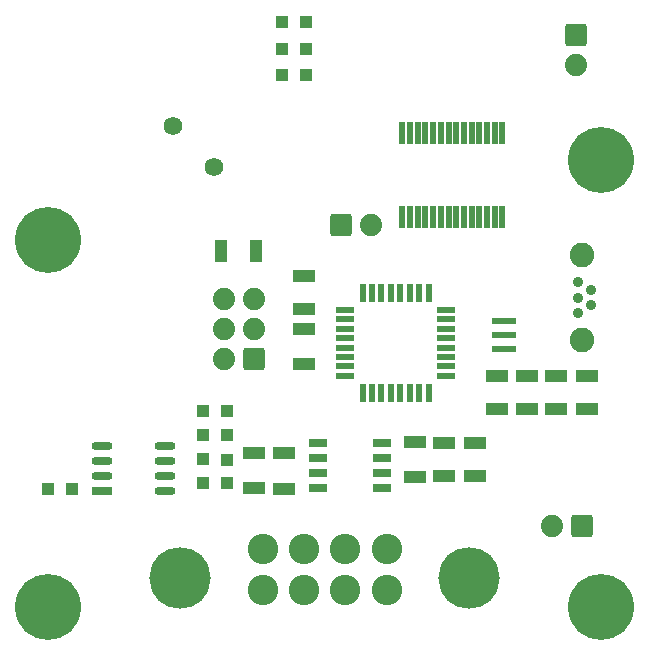
<source format=gbs>
G04*
G04 #@! TF.GenerationSoftware,Altium Limited,Altium Designer,19.1.6 (110)*
G04*
G04 Layer_Color=16711935*
%FSLAX44Y44*%
%MOMM*%
G71*
G01*
G75*
%ADD37R,1.8800X1.1300*%
%ADD39R,1.7800X0.7300*%
%ADD40O,1.7800X0.7300*%
%ADD45R,1.1300X1.8800*%
%ADD48R,1.9500X1.1100*%
%ADD49R,2.0800X0.4800*%
%ADD50R,1.6050X0.7300*%
%ADD51C,2.0800*%
%ADD52C,0.8800*%
%ADD53C,1.8800*%
G04:AMPARAMS|DCode=54|XSize=1.88mm|YSize=1.88mm|CornerRadius=0.265mm|HoleSize=0mm|Usage=FLASHONLY|Rotation=90.000|XOffset=0mm|YOffset=0mm|HoleType=Round|Shape=RoundedRectangle|*
%AMROUNDEDRECTD54*
21,1,1.8800,1.3500,0,0,90.0*
21,1,1.3500,1.8800,0,0,90.0*
1,1,0.5300,0.6750,0.6750*
1,1,0.5300,0.6750,-0.6750*
1,1,0.5300,-0.6750,-0.6750*
1,1,0.5300,-0.6750,0.6750*
%
%ADD54ROUNDEDRECTD54*%
G04:AMPARAMS|DCode=55|XSize=1.88mm|YSize=1.88mm|CornerRadius=0.265mm|HoleSize=0mm|Usage=FLASHONLY|Rotation=0.000|XOffset=0mm|YOffset=0mm|HoleType=Round|Shape=RoundedRectangle|*
%AMROUNDEDRECTD55*
21,1,1.8800,1.3500,0,0,0.0*
21,1,1.3500,1.8800,0,0,0.0*
1,1,0.5300,0.6750,-0.6750*
1,1,0.5300,-0.6750,-0.6750*
1,1,0.5300,-0.6750,0.6750*
1,1,0.5300,0.6750,0.6750*
%
%ADD55ROUNDEDRECTD55*%
%ADD56C,1.5800*%
%ADD57C,5.2032*%
%ADD58C,2.5800*%
%ADD59C,5.5800*%
%ADD77R,0.4800X1.8800*%
%ADD78R,1.0800X1.0800*%
%ADD79R,0.5800X1.5800*%
%ADD80R,1.5800X0.5800*%
%ADD81R,1.0800X1.0800*%
D37*
X204000Y201000D02*
D03*
Y171000D02*
D03*
X229750Y200500D02*
D03*
Y170500D02*
D03*
X340000Y210000D02*
D03*
Y180000D02*
D03*
X246000Y306000D02*
D03*
Y276000D02*
D03*
D39*
X75000Y168900D02*
D03*
D40*
X129000Y207000D02*
D03*
Y194300D02*
D03*
Y181600D02*
D03*
Y168900D02*
D03*
X75000Y207000D02*
D03*
Y194300D02*
D03*
Y181600D02*
D03*
D45*
X206000Y372000D02*
D03*
X176000D02*
D03*
D48*
X246000Y322600D02*
D03*
Y351000D02*
D03*
X486000Y237800D02*
D03*
Y266200D02*
D03*
X435000Y237800D02*
D03*
Y266200D02*
D03*
X365000Y209400D02*
D03*
Y181000D02*
D03*
X391000Y209400D02*
D03*
Y181000D02*
D03*
X459842Y266200D02*
D03*
Y237800D02*
D03*
X410158D02*
D03*
Y266200D02*
D03*
D49*
X415798Y288736D02*
D03*
Y300736D02*
D03*
Y312736D02*
D03*
D50*
X312120Y209050D02*
D03*
Y196350D02*
D03*
Y183650D02*
D03*
Y170950D02*
D03*
X257880D02*
D03*
Y183650D02*
D03*
Y196350D02*
D03*
Y209050D02*
D03*
D51*
X481500Y296500D02*
D03*
Y368000D02*
D03*
D52*
X478700Y319250D02*
D03*
Y332250D02*
D03*
Y345250D02*
D03*
X489300Y325750D02*
D03*
Y338750D02*
D03*
D53*
X179000Y305400D02*
D03*
Y330800D02*
D03*
X204400D02*
D03*
Y305400D02*
D03*
X179000Y280000D02*
D03*
X477000Y529600D02*
D03*
X303000Y394000D02*
D03*
X456600Y139000D02*
D03*
D54*
X204400Y280000D02*
D03*
X477000Y555000D02*
D03*
D55*
X277600Y394000D02*
D03*
X482000Y139000D02*
D03*
D56*
X135177Y477928D02*
D03*
X170533Y442572D02*
D03*
D57*
X386314Y94650D02*
D03*
X141314Y94650D02*
D03*
D58*
X316314Y84650D02*
D03*
X281314D02*
D03*
X246314D02*
D03*
X316314Y119650D02*
D03*
X281314D02*
D03*
X246314D02*
D03*
X211314Y84650D02*
D03*
Y119650D02*
D03*
D59*
X497700Y70000D02*
D03*
Y448900D02*
D03*
X30000Y381400D02*
D03*
Y70000D02*
D03*
D77*
X329750Y400500D02*
D03*
X336250D02*
D03*
X342750D02*
D03*
X349250D02*
D03*
X355750D02*
D03*
X362250D02*
D03*
X368750D02*
D03*
X375250D02*
D03*
X381750D02*
D03*
X388250D02*
D03*
X394750D02*
D03*
X401250D02*
D03*
X407750D02*
D03*
X414250D02*
D03*
Y471500D02*
D03*
X407750D02*
D03*
X401250D02*
D03*
X394750D02*
D03*
X388250D02*
D03*
X381750D02*
D03*
X375250D02*
D03*
X368750D02*
D03*
X362250D02*
D03*
X355750D02*
D03*
X349250D02*
D03*
X342750D02*
D03*
X336250D02*
D03*
X329750D02*
D03*
D78*
X248000Y566000D02*
D03*
X228000D02*
D03*
X248000Y543000D02*
D03*
X228000D02*
D03*
X248000Y521000D02*
D03*
X228000D02*
D03*
X49707Y170000D02*
D03*
X29708D02*
D03*
D79*
X352000Y336500D02*
D03*
X344000D02*
D03*
X336000D02*
D03*
X328000D02*
D03*
X320000D02*
D03*
X312000D02*
D03*
X304000D02*
D03*
X296000D02*
D03*
X296000Y251500D02*
D03*
X304000Y251500D02*
D03*
X312000D02*
D03*
X320000D02*
D03*
X328000Y251500D02*
D03*
X336000D02*
D03*
X344000D02*
D03*
X352000Y251500D02*
D03*
D80*
X281500Y322000D02*
D03*
Y314000D02*
D03*
Y306000D02*
D03*
Y298000D02*
D03*
Y290000D02*
D03*
Y282000D02*
D03*
Y274000D02*
D03*
Y266000D02*
D03*
X366500D02*
D03*
X366500Y274000D02*
D03*
Y282000D02*
D03*
Y290000D02*
D03*
X366500Y298000D02*
D03*
Y306000D02*
D03*
Y314000D02*
D03*
X366500Y322000D02*
D03*
D81*
X181000Y236000D02*
D03*
Y216000D02*
D03*
X161000Y236000D02*
D03*
Y216000D02*
D03*
X161000Y195500D02*
D03*
Y175500D02*
D03*
X181000Y175000D02*
D03*
Y195000D02*
D03*
M02*

</source>
